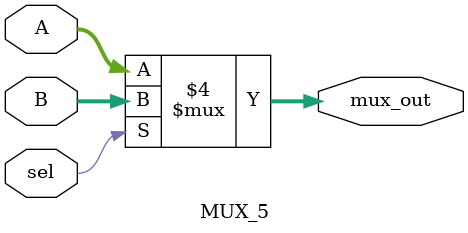
<source format=v>

module SingleCycle_CHIP( 
    clk,
    rst_n,
    IR_addr,
    IR,
    RF_writedata,
    ReadDataMem,
    CEN,
    WEN,
    A,
    ReadData2,
    OEN
);

//==== in/out declaration =================================
    //-------- processor ----------------------------------
    input         clk, rst_n;
    input  [31:0] IR;
    output [31:0] IR_addr, RF_writedata;
    //-------- data memory --------------------------------
    input  [31:0] ReadDataMem;  // read_data from memory
    output        CEN;  // chip_enable, 0 when you read/write data from/to memory
    output        WEN;  // write_enable, 0 when you write data into SRAM & 1 when you read data from SRAM
    output  [6:0] A;  // address
    output [31:0] ReadData2;  // write_data to memory
    output        OEN;  // output_enable, 0

//==== reg/wire declaration ===============================
wire  Jump,RegDst, MemRead, MemWrite, RegWrite, Branch, ALUSrc, zero, Jal, Jr;
wire        MemToReg;
wire    [2:0]   ALUOp;
wire    [4:0]   mux_2016_1511_out; 
wire    [31:0]  mux_RD2_sign_ext_out; 
wire    [31:0]ReadData1,ReadData2,WriteData,RF_writedata;
wire    [31:0]PC_4_out;

reg [31:0] IR_addr;
wire [31:0] IR_addr_r;

wire [2:0] ALU_ctrl;
wire [31:0] ALU_out;

wire [4:0] return_addr;

assign RF_writedata = WriteData;
//assign wire_constant_31 = 5'd31; //31
assign A = ALU_out[8:2];
assign return_addr = 5'd31;
assign  WEN = (MemWrite == 1'b1)? 1'b0 : 1'b1;
assign  OEN = 1'b0;
assign  CEN = 1'b0;

CONTROL CONTROL_0(
    .zero(zero)  , 
    .I_31_26(IR[31:26]), 
    .I_5_0(IR[5:0]),
    .RegDst(RegDst), 
    .Jump(Jump),
    .Branch(Branch),
    .RegWrite(RegWrite),
    .ALUSrc(ALUSrc), 
    .ALUOp(ALUOp), 
    .MemWrite(MemWrite), 
    .MemToReg(MemToReg),
    .Jal(Jal),
    .Jr(Jr)
);
PROGRAM_CONTROL pc_0(
    .PC_in(IR_addr),
    .sign_ext({{16{IR[15]}},IR[15:0]}),
    .zero(zero),
    .Branch(Branch),
    .Jump(Jump),
    .Jr(Jr),
    .Jump_addr({{6{IR[25]}},IR[25:0]}),
    .Jr_addr(ReadData1),
    .PC_out(IR_addr_r),
    .PC_4_out(PC_4_out)
);

MUX_5_2 mux_2016_1511_0(
    .A(IR[20:16]),
    .B(IR[15:11]),
    .C(return_addr),
    .sel1(RegDst),
    .sel2(Jal),
    .mux_out(mux_2016_1511_out)
);

RegisterFile register_file_0(
    .clk(clk),
    .rst_n(rst_n),
    .ReadAddr1(IR[25:21]),
    .ReadAddr2(IR[20:16]),
    .WriteAddr(mux_2016_1511_out),
    .ReadData1(ReadData1),
    .ReadData2(ReadData2),
    .WriteData(WriteData),
    .RW(RegWrite|Jal)//ctrl
);

MUX_32 mux_RD2_sign_ext_0(
    .A(ReadData2),
    .B({{16{IR[15]}},IR[15:0]}),
    .sel(ALUSrc),
    .mux_out(mux_RD2_sign_ext_out)
);


ALU_CTRL alu_ctrl_0(
    .op_10(ALUOp[1:0]),
    .funct_3_0(IR[3:0]),
    .ALU_ctrl(ALU_ctrl)
);

ALU_32_zero alu_32_zero_0(
    .ALU_in1(ReadData1),
    .ALU_in2(mux_RD2_sign_ext_out),
    .ALU_ctrl(ALUOp),
    .zero(zero),
    .ALU_out(ALU_out)
);


MUX_32_2 mux_32_mem_0(
    //.A(ReadDataMem),
    .A(ALU_out),
    .B(ReadDataMem),
    .C(PC_4_out),
    .sel1(MemToReg),
    .sel2(Jal),
    .mux_out(WriteData)
);


//==== combinational part =================================


//==== sequential part ====================================
always @(posedge clk or negedge rst_n) begin
    if(!rst_n) begin
        IR_addr <= 0;
    end else begin
        IR_addr <= IR_addr_r;
        //$display("IR_addr",IR_addr);
    end
end

//=========================================================
endmodule



module PROGRAM_CONTROL(
    PC_in,
    sign_ext,
    zero,
    Branch,
    Jump,
    Jump_addr,
    PC_out,
    PC_4_out,
    Jr,
    Jr_addr
);
input           Jr, zero, Branch,Jump;
input   [31:0]   PC_in, sign_ext,Jump_addr,Jr_addr;
output  [31:0]   PC_out,PC_4_out;
wire    [31:0]   PC_4_out,sft_PC_4_out,branch_zero_out,Jr_addr;
reg     [31:0]   PC_out;
reg [1:0] w ;

assign PC_4_out = PC_in + 4;
assign sft_PC_4_out = PC_4_out + (sign_ext << 2);
//assign branch_zero_out = (Branch&zero)?sft_PC_4_out:PC_4_out;
//assign PC_out = Jump?(Jump_addr<<2):branch_zero_out;
always @(*) begin
    w ={{Jump|Jr},{(Branch&zero)|Jr}};
if(Jr)
    PC_out = Jr_addr;
else
    if(Jump)
        PC_out = (Jump_addr<<2);
    else if(Branch&zero)
        PC_out = sft_PC_4_out;
    else
        PC_out = PC_4_out;

end



endmodule

 

module RegisterFile(
    clk,
    rst_n,
    ReadAddr1,
    ReadAddr2,
    WriteAddr,
    ReadData1,
    ReadData2,
    WriteData,
    RW//ctrl
);
input   clk,rst_n,RW;
input   [4:0]ReadAddr1,ReadAddr2,WriteAddr;
input   [31:0]WriteData;
output  [31:0]ReadData1,ReadData2;

wire     [31:0]ReadData1,ReadData2;
reg     [31:0]reg_file_r[0:31];
//reg     [31:0]reg_file_w[0:31];

reg [5:0] i;


assign    ReadData1 = (ReadAddr1 != 32'b0) ? reg_file_r[ReadAddr1]: 32'b0;
assign    ReadData2 = (ReadAddr2 != 32'b0) ? reg_file_r[ReadAddr2]: 32'b0;

always@(posedge clk or negedge rst_n) begin
    if (!rst_n) begin
            reg_file_r[0] <= 32'b0;
            reg_file_r[1] <= 32'b0;
            reg_file_r[2] <= 32'b0;
            reg_file_r[3] <= 32'b0;
            reg_file_r[4] <= 32'b0;
            reg_file_r[5] <= 32'b0;
            reg_file_r[6] <= 32'b0;
            reg_file_r[7] <= 32'b0;
            reg_file_r[8] <= 32'b0;
            reg_file_r[9] <= 32'b0;
            reg_file_r[10] <= 32'b0;
            reg_file_r[11] <= 32'b0;
            reg_file_r[12] <= 32'b0;
            reg_file_r[13] <= 32'b0;
            reg_file_r[14] <= 32'b0;
            reg_file_r[15] <= 32'b0;
            reg_file_r[16] <= 32'b0;
            reg_file_r[17] <= 32'b0;
            reg_file_r[18] <= 32'b0;
            reg_file_r[19] <= 32'b0;
            reg_file_r[20] <= 32'b0;
            reg_file_r[21] <= 32'b0;
            reg_file_r[22] <= 32'b0;
            reg_file_r[23] <= 32'b0;
            reg_file_r[24] <= 32'b0;
            reg_file_r[25] <= 32'b0;
            reg_file_r[26] <= 32'b0;
            reg_file_r[27] <= 32'b0;
            reg_file_r[28] <= 32'b0;
            reg_file_r[29] <= 32'b0;
            reg_file_r[30] <= 32'b0;
            reg_file_r[31] <= 32'b0;
    end else begin
        if(RW)reg_file_r[WriteAddr] <= WriteData;
    end

end

endmodule



module ALU_CTRL(
    //ALU_op,
    op_10,
    funct_3_0,
    ALU_ctrl
);

input   [1:0]   op_10;
input   [3:0]   funct_3_0;
output  [2:0]   ALU_ctrl;
wire [2:0]ALU_ctrl;


assign ALU_ctrl[0] = (funct_3_0[3]|funct_3_0[0])&op_10[1];
assign ALU_ctrl[1] = !(op_10[1] & funct_3_0[2]);
assign ALU_ctrl[2] = ((op_10[1]) & funct_3_0[1]) | op_10[0];


endmodule



module ALU_32_zero(
    ALU_in1,
    ALU_in2,
    ALU_ctrl,
    zero,
    ALU_out
);
input   [31:0]  ALU_in1,ALU_in2;
input   [2:0]   ALU_ctrl;
output  [31:0]  ALU_out;
output          zero;
reg     [31:0]  ALU_out;
reg             zero;

always @(*) begin
    zero = 0;


case (ALU_ctrl)
    3'b000:begin
        //$display("&");
        ALU_out = ALU_in1 & ALU_in2;
    end
    3'b001:begin
        //$display("|");
        ALU_out = ALU_in1 | ALU_in2;
    end
    3'b010:begin
        ALU_out = ALU_in1 + ALU_in2;
        //$display("add %d",ALU_out);
    end
    3'b110:begin
        //$display("-");

        ALU_out = ALU_in1 - ALU_in2;
        zero = !ALU_out;
        /*
        if(ALU_out == 32'b0) begin
            zero = 1'b1;
        end 
        */        
    end
    3'b111:begin
        //$display("diff");
        ALU_out = ALU_in1[31] | ALU_in2[31]?ALU_in1[31]:ALU_in1[30:0] < ALU_in2[30:0];
        /*
        if (ALU_in1[31] != ALU_in2[31]) begin //different sign
            if (ALU_in1[31]) begin
                ALU_out = 32'b1;
            end else begin
                ALU_out = 32'b0;
            end
        end else begin //same sign
            if (ALU_in1[30:0] < ALU_in2[30:0]) begin
                ALU_out = 32'b1;
            end else begin
                ALU_out = 32'b0;
            end
        end
        */
    end
    default : begin 
        ALU_out = 31'b0;
        //$display("def");
    end
endcase
end
endmodule

module CONTROL(
    zero,
    I_31_26,
    I_5_0,
    RegDst,
    Jump,
    Branch,
    RegWrite,
    ALUSrc,
    ALUOp,
    MemWrite,
    MemToReg,
    Jal,
    Jr
);

input   zero;
input   [5:0] I_31_26; //opcode
input   [5:0] I_5_0;
output   MemToReg;
output  RegDst, Branch, RegWrite, ALUSrc, MemWrite, Jump, Jal,Jr;

output  [2:0] ALUOp; //ALUOp is ALUControl here

reg     RegDst, Branch, RegWrite, ALUSrc, MemWrite, Jump, Jal,Jr;
reg      MemToReg;
reg     [2:0] ALUOp;

always @(*) begin
    ALUOp    = 3'b000;
    //RegDst   = 2'b0;
    MemToReg = 1'b0;
    Jump     = 1'b0;
    RegWrite = 1'b0;
    Branch   = 1'b0;
    ALUSrc   = 1'b0;
    MemWrite = 1'b0;
    Jal      = 1'b0;
    Jr       = 1'b0;
    case(I_31_26) //opcode
        6'b000000:begin //R type
            RegDst   = 2'b1;
            MemToReg = 1'b0;
            RegWrite = 1'b1;
            Branch   = 1'b0;
            ALUSrc   = 1'b0;
            MemWrite = 1'b0;
            case(I_5_0) //funct
                6'b100000: begin //add
                    ALUOp    = 3'b010;
                    Jump     = 1'b0;
                end
                6'b100010: begin //SUB
                    ALUOp    = 3'b110;
                    Jump     = 1'b0;
                end
                6'b100100: begin //and
                    ALUOp    = 3'b000;
                    Jump     = 1'b0;
                end
                6'b100101: begin //or
                    ALUOp    = 3'b001;
                    Jump     = 1'b0;
                end
                6'b101010: begin //slt
                    ALUOp    = 3'b111;
                    Jump     = 1'b0;
                end
                6'b001000: begin //jr
                    ALUOp    = 3'b000;
                    Jump     = 1'b0;
                    Jr       = 1'b1;

                end
            endcase
        end
        6'b000100: begin //beq
            ALUOp    = 3'b110;//-
            RegDst   = 1'b0;
            MemToReg = 1'b0;
            Jump     = 1'b0;
            RegWrite = 1'b0;
            Branch   = 1'b1;
            ALUSrc   = 1'b0;
            MemWrite = 1'b0;
        end
        6'b100011: begin //lw
            ALUOp    = 3'b010;
            RegDst   = 1'b0;
            MemToReg = 1'b1;
            Jump     = 1'b0;
            RegWrite = 1'b1;
            Branch   = 1'b0;
            ALUSrc   = 1'b1;
            MemWrite = 1'b0;
        end
        6'b101011: begin //sw
            ALUOp    = 3'b010;
            RegDst   = 1'b0;
            MemToReg = 1'b0; //should be dont care
            Jump     = 1'b0;
            RegWrite = 1'b0;
            Branch   = 1'b0;
            ALUSrc   = 1'b1;
            MemWrite = 1'b1;
        end
        6'b000010: begin //j
            ALUOp    = 3'b000;
            RegDst   = 1'b0;
            MemToReg = 1'b0;
            Jump     = 1'b1;
            RegWrite = 1'b0;
            Branch   = 1'b0;
            ALUSrc   = 1'b0;
            MemWrite = 1'b0;
        end
        6'b000011: begin //jal
            ALUOp    = 3'b000;
            RegDst   = 1'b0;
            MemToReg = 1'b0;
            Jump     = 1'b1;
            RegWrite = 1'b1;
            Branch   = 1'b0;
            ALUSrc   = 1'b0;
            MemWrite = 1'b0;
            Jal      = 1'b1;
        end
    endcase
end
endmodule

module MUX_32(
    A,
    B,
    sel,
    mux_out

);

input   [31:0]  A, B;
input           sel;
output  [31:0]  mux_out;
reg     [31:0]  mux_out;

always @(*) begin
    //mux_out = 32'b0;
    if(~sel) begin
        mux_out = A;
    end else begin
        mux_out = B;
    end
end
endmodule

module MUX_32_2(
    A,
    B,
    C,
    sel1,
    sel2,
    mux_out

);

input   [31:0]  A, B, C;
input           sel1,sel2;
output  [31:0]  mux_out;
reg     [31:0]  mux_out;

always @(*) begin
    //mux_out = 32'b0;
case({sel1,sel2})
    2'b00:mux_out = A;
    2'b10:mux_out = B;
    2'b01:mux_out = C;
    default:mux_out = 0;
endcase
end
endmodule

module MUX_5_2(
    A,
    B,
    C,
    sel1,
    sel2,
    mux_out

);

input   [4:0]  A, B, C;
input           sel1,sel2;
output  [4:0]  mux_out;
reg     [4:0]  mux_out;

always @(*) begin
    //mux_out = 32'b0;
case({sel1,sel2})
    2'b00:mux_out = A;
    2'b10:mux_out = B;
    2'b01:mux_out = C;
    default:mux_out = 0;
endcase
end
endmodule

module MUX_5(
    A,
    B,
    sel,
    mux_out

);

input   [4:0]  A, B;
input           sel;
output  [4:0]  mux_out;
reg     [4:0]  mux_out;

always @(*) begin
    //mux_out = 32'b0;
    if(~sel) begin
        mux_out = A;
    end else begin
        mux_out = B;
    end
end
endmodule



</source>
